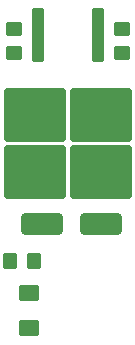
<source format=gtp>
G04 #@! TF.GenerationSoftware,KiCad,Pcbnew,7.0.1*
G04 #@! TF.CreationDate,2025-03-09T11:47:29-05:00*
G04 #@! TF.ProjectId,Single Mosfet Board V2,53696e67-6c65-4204-9d6f-736665742042,rev?*
G04 #@! TF.SameCoordinates,Original*
G04 #@! TF.FileFunction,Paste,Top*
G04 #@! TF.FilePolarity,Positive*
%FSLAX46Y46*%
G04 Gerber Fmt 4.6, Leading zero omitted, Abs format (unit mm)*
G04 Created by KiCad (PCBNEW 7.0.1) date 2025-03-09 11:47:29*
%MOMM*%
%LPD*%
G01*
G04 APERTURE LIST*
G04 Aperture macros list*
%AMRoundRect*
0 Rectangle with rounded corners*
0 $1 Rounding radius*
0 $2 $3 $4 $5 $6 $7 $8 $9 X,Y pos of 4 corners*
0 Add a 4 corners polygon primitive as box body*
4,1,4,$2,$3,$4,$5,$6,$7,$8,$9,$2,$3,0*
0 Add four circle primitives for the rounded corners*
1,1,$1+$1,$2,$3*
1,1,$1+$1,$4,$5*
1,1,$1+$1,$6,$7*
1,1,$1+$1,$8,$9*
0 Add four rect primitives between the rounded corners*
20,1,$1+$1,$2,$3,$4,$5,0*
20,1,$1+$1,$4,$5,$6,$7,0*
20,1,$1+$1,$6,$7,$8,$9,0*
20,1,$1+$1,$8,$9,$2,$3,0*%
G04 Aperture macros list end*
%ADD10RoundRect,0.250000X-0.450000X0.350000X-0.450000X-0.350000X0.450000X-0.350000X0.450000X0.350000X0*%
%ADD11RoundRect,0.250000X-0.300000X2.050000X-0.300000X-2.050000X0.300000X-2.050000X0.300000X2.050000X0*%
%ADD12RoundRect,0.250000X-2.375000X2.025000X-2.375000X-2.025000X2.375000X-2.025000X2.375000X2.025000X0*%
%ADD13RoundRect,0.250001X0.624999X-0.462499X0.624999X0.462499X-0.624999X0.462499X-0.624999X-0.462499X0*%
%ADD14RoundRect,0.250000X-1.500000X-0.650000X1.500000X-0.650000X1.500000X0.650000X-1.500000X0.650000X0*%
%ADD15RoundRect,0.250000X-0.350000X-0.450000X0.350000X-0.450000X0.350000X0.450000X-0.350000X0.450000X0*%
G04 APERTURE END LIST*
D10*
X134874000Y-71374000D03*
X134874000Y-73374000D03*
D11*
X141986000Y-71876000D03*
X136906000Y-71876000D03*
D12*
X136671000Y-83451000D03*
X142221000Y-78601000D03*
X142221000Y-83451000D03*
X136671000Y-78601000D03*
D13*
X136144000Y-96701000D03*
X136144000Y-93726000D03*
D10*
X144018000Y-71374000D03*
X144018000Y-73374000D03*
D14*
X137200000Y-87884000D03*
X142200000Y-87884000D03*
D15*
X134550000Y-91000000D03*
X136550000Y-91000000D03*
M02*

</source>
